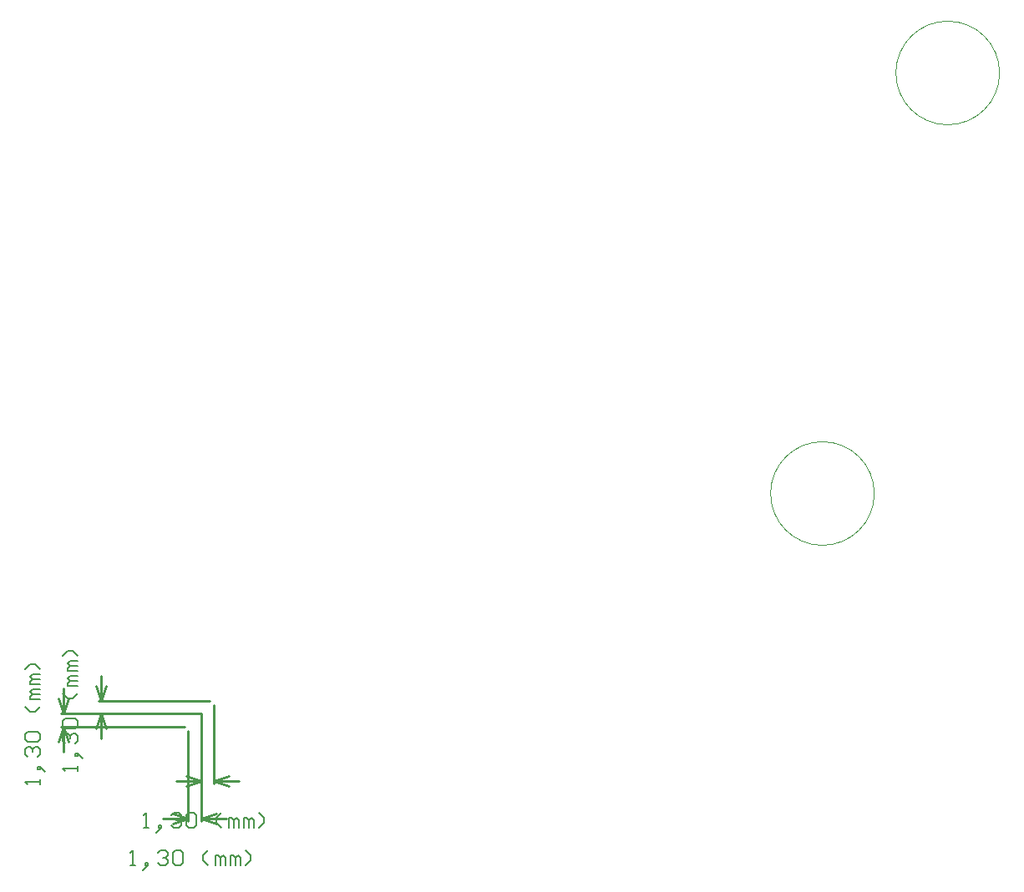
<source format=gm1>
%FSLAX23Y23*%
%MOIN*%
G70*
G01*
G75*
G04 Layer_Color=16711935*
%ADD10C,0.020*%
%ADD11C,0.047*%
%ADD12C,0.010*%
%ADD13C,0.059*%
%ADD14O,0.100X0.060*%
G04:AMPARAMS|DCode=15|XSize=100mil|YSize=60mil|CornerRadius=0mil|HoleSize=0mil|Usage=FLASHONLY|Rotation=0.000|XOffset=0mil|YOffset=0mil|HoleType=Round|Shape=Octagon|*
%AMOCTAGOND15*
4,1,8,0.050,-0.015,0.050,0.015,0.035,0.030,-0.035,0.030,-0.050,0.015,-0.050,-0.015,-0.035,-0.030,0.035,-0.030,0.050,-0.015,0.0*
%
%ADD15OCTAGOND15*%

%ADD16C,0.065*%
%ADD17R,0.059X0.059*%
%ADD18C,0.055*%
%ADD19R,0.059X0.059*%
%ADD20C,0.070*%
%ADD21C,0.049*%
%ADD22R,0.049X0.049*%
%ADD23C,0.060*%
%ADD24C,0.050*%
%ADD25R,0.050X0.050*%
G04:AMPARAMS|DCode=26|XSize=80mil|YSize=100mil|CornerRadius=0mil|HoleSize=0mil|Usage=FLASHONLY|Rotation=0.000|XOffset=0mil|YOffset=0mil|HoleType=Round|Shape=Octagon|*
%AMOCTAGOND26*
4,1,8,-0.020,0.050,0.020,0.050,0.040,0.030,0.040,-0.030,0.020,-0.050,-0.020,-0.050,-0.040,-0.030,-0.040,0.030,-0.020,0.050,0.0*
%
%ADD26OCTAGOND26*%

%ADD27P,0.213X8X22.5*%
%ADD28C,0.120*%
%ADD29P,0.130X8X202.5*%
%ADD30C,0.059*%
%ADD31C,0.116*%
%ADD32R,0.059X0.059*%
%ADD33R,0.049X0.049*%
%ADD34R,0.110X0.110*%
%ADD35C,0.110*%
%ADD36R,0.050X0.050*%
%ADD37R,0.070X0.040*%
%ADD38R,0.075X0.040*%
%ADD39R,0.040X0.070*%
%ADD40R,0.040X0.075*%
%ADD41C,0.010*%
%ADD42C,0.002*%
%ADD43C,0.006*%
%ADD44C,0.008*%
%ADD45C,0.024*%
%ADD46C,0.005*%
%ADD47C,0.012*%
%ADD48C,0.006*%
%ADD49C,0.008*%
%ADD50R,0.075X0.031*%
%ADD51R,0.220X0.031*%
%ADD52R,0.220X0.031*%
%ADD53C,0.067*%
%ADD54O,0.108X0.068*%
G04:AMPARAMS|DCode=55|XSize=108mil|YSize=68mil|CornerRadius=0mil|HoleSize=0mil|Usage=FLASHONLY|Rotation=0.000|XOffset=0mil|YOffset=0mil|HoleType=Round|Shape=Octagon|*
%AMOCTAGOND55*
4,1,8,0.054,-0.017,0.054,0.017,0.037,0.034,-0.037,0.034,-0.054,0.017,-0.054,-0.017,-0.037,-0.034,0.037,-0.034,0.054,-0.017,0.0*
%
%ADD55OCTAGOND55*%

%ADD56C,0.073*%
%ADD57R,0.067X0.067*%
%ADD58C,0.063*%
%ADD59R,0.067X0.067*%
%ADD60C,0.078*%
%ADD61C,0.057*%
%ADD62R,0.057X0.057*%
%ADD63C,0.068*%
%ADD64C,0.058*%
%ADD65R,0.058X0.058*%
G04:AMPARAMS|DCode=66|XSize=88mil|YSize=108mil|CornerRadius=0mil|HoleSize=0mil|Usage=FLASHONLY|Rotation=0.000|XOffset=0mil|YOffset=0mil|HoleType=Round|Shape=Octagon|*
%AMOCTAGOND66*
4,1,8,-0.022,0.054,0.022,0.054,0.044,0.032,0.044,-0.032,0.022,-0.054,-0.022,-0.054,-0.044,-0.032,-0.044,0.032,-0.022,0.054,0.0*
%
%ADD66OCTAGOND66*%

%ADD67P,0.222X8X22.5*%
%ADD68C,0.128*%
%ADD69P,0.139X8X202.5*%
%ADD70C,0.067*%
%ADD71C,0.124*%
%ADD72R,0.067X0.067*%
%ADD73R,0.057X0.057*%
%ADD74R,0.118X0.118*%
%ADD75C,0.118*%
%ADD76R,0.058X0.058*%
%ADD77C,0.001*%
D12*
X1440Y2949D02*
X1933D01*
X1440Y3000D02*
X2000D01*
X1450D02*
Y3100D01*
Y2849D02*
Y2949D01*
Y3000D02*
X1470Y3060D01*
X1430D02*
X1450Y3000D01*
X1430Y2889D02*
X1450Y2949D01*
X1470Y2889D01*
X1590Y3051D02*
X2035D01*
X1590Y3000D02*
X2000D01*
X1600Y2900D02*
Y3000D01*
Y3051D02*
Y3151D01*
X1580Y2940D02*
X1600Y3000D01*
X1620Y2940D01*
X1600Y3051D02*
X1620Y3111D01*
X1580D02*
X1600Y3051D01*
X1949Y2570D02*
Y2933D01*
X2000Y2570D02*
Y3000D01*
Y2580D02*
X2100D01*
X1849D02*
X1949D01*
X2000D02*
X2060Y2560D01*
X2000Y2580D02*
X2060Y2600D01*
X1889D02*
X1949Y2580D01*
X1889Y2560D02*
X1949Y2580D01*
X2051Y2720D02*
Y3035D01*
X2000Y2720D02*
Y3000D01*
X1900Y2730D02*
X2000D01*
X2051D02*
X2151D01*
X1940Y2750D02*
X2000Y2730D01*
X1940Y2710D02*
X2000Y2730D01*
X2051D02*
X2111Y2710D01*
X2051Y2730D02*
X2111Y2750D01*
D43*
X1358Y2718D02*
Y2738D01*
Y2728D01*
X1298D01*
X1308Y2718D01*
X1368Y2778D02*
X1358Y2788D01*
X1348D01*
Y2778D01*
X1358D01*
Y2788D01*
X1368Y2778D01*
X1378Y2768D01*
X1308Y2828D02*
X1298Y2838D01*
Y2858D01*
X1308Y2868D01*
X1318D01*
X1328Y2858D01*
Y2848D01*
Y2858D01*
X1338Y2868D01*
X1348D01*
X1358Y2858D01*
Y2838D01*
X1348Y2828D01*
X1308Y2888D02*
X1298Y2898D01*
Y2918D01*
X1308Y2928D01*
X1348D01*
X1358Y2918D01*
Y2898D01*
X1348Y2888D01*
X1308D01*
X1358Y3028D02*
X1338Y3008D01*
X1318D01*
X1298Y3028D01*
X1358Y3058D02*
X1318D01*
Y3068D01*
X1328Y3078D01*
X1358D01*
X1328D01*
X1318Y3088D01*
X1328Y3098D01*
X1358D01*
Y3118D02*
X1318D01*
Y3128D01*
X1328Y3138D01*
X1358D01*
X1328D01*
X1318Y3148D01*
X1328Y3158D01*
X1358D01*
Y3178D02*
X1338Y3198D01*
X1318D01*
X1298Y3178D01*
X1508Y2770D02*
Y2790D01*
Y2780D01*
X1448D01*
X1458Y2770D01*
X1518Y2830D02*
X1508Y2840D01*
X1498D01*
Y2830D01*
X1508D01*
Y2840D01*
X1518Y2830D01*
X1528Y2820D01*
X1458Y2880D02*
X1448Y2890D01*
Y2910D01*
X1458Y2920D01*
X1468D01*
X1478Y2910D01*
Y2900D01*
Y2910D01*
X1488Y2920D01*
X1498D01*
X1508Y2910D01*
Y2890D01*
X1498Y2880D01*
X1458Y2940D02*
X1448Y2950D01*
Y2970D01*
X1458Y2980D01*
X1498D01*
X1508Y2970D01*
Y2950D01*
X1498Y2940D01*
X1458D01*
X1508Y3080D02*
X1488Y3060D01*
X1468D01*
X1448Y3080D01*
X1508Y3110D02*
X1468D01*
Y3120D01*
X1478Y3130D01*
X1508D01*
X1478D01*
X1468Y3140D01*
X1478Y3150D01*
X1508D01*
Y3170D02*
X1468D01*
Y3180D01*
X1478Y3190D01*
X1508D01*
X1478D01*
X1468Y3200D01*
X1478Y3210D01*
X1508D01*
Y3230D02*
X1488Y3250D01*
X1468D01*
X1448Y3230D01*
X1718Y2396D02*
X1738D01*
X1728D01*
Y2456D01*
X1718Y2446D01*
X1778Y2386D02*
X1788Y2396D01*
Y2406D01*
X1778D01*
Y2396D01*
X1788D01*
X1778Y2386D01*
X1768Y2376D01*
X1828Y2446D02*
X1838Y2456D01*
X1858D01*
X1868Y2446D01*
Y2436D01*
X1858Y2426D01*
X1848D01*
X1858D01*
X1868Y2416D01*
Y2406D01*
X1858Y2396D01*
X1838D01*
X1828Y2406D01*
X1888Y2446D02*
X1898Y2456D01*
X1918D01*
X1928Y2446D01*
Y2406D01*
X1918Y2396D01*
X1898D01*
X1888Y2406D01*
Y2446D01*
X2028Y2396D02*
X2008Y2416D01*
Y2436D01*
X2028Y2456D01*
X2058Y2396D02*
Y2436D01*
X2068D01*
X2078Y2426D01*
Y2396D01*
Y2426D01*
X2088Y2436D01*
X2098Y2426D01*
Y2396D01*
X2118D02*
Y2436D01*
X2128D01*
X2138Y2426D01*
Y2396D01*
Y2426D01*
X2148Y2436D01*
X2158Y2426D01*
Y2396D01*
X2178D02*
X2198Y2416D01*
Y2436D01*
X2178Y2456D01*
X1770Y2546D02*
X1790D01*
X1780D01*
Y2606D01*
X1770Y2596D01*
X1830Y2536D02*
X1840Y2546D01*
Y2556D01*
X1830D01*
Y2546D01*
X1840D01*
X1830Y2536D01*
X1820Y2526D01*
X1880Y2596D02*
X1890Y2606D01*
X1910D01*
X1920Y2596D01*
Y2586D01*
X1910Y2576D01*
X1900D01*
X1910D01*
X1920Y2566D01*
Y2556D01*
X1910Y2546D01*
X1890D01*
X1880Y2556D01*
X1940Y2596D02*
X1950Y2606D01*
X1970D01*
X1980Y2596D01*
Y2556D01*
X1970Y2546D01*
X1950D01*
X1940Y2556D01*
Y2596D01*
X2080Y2546D02*
X2060Y2566D01*
Y2586D01*
X2080Y2606D01*
X2110Y2546D02*
Y2586D01*
X2120D01*
X2130Y2576D01*
Y2546D01*
Y2576D01*
X2140Y2586D01*
X2150Y2576D01*
Y2546D01*
X2170D02*
Y2586D01*
X2180D01*
X2190Y2576D01*
Y2546D01*
Y2576D01*
X2200Y2586D01*
X2210Y2576D01*
Y2546D01*
X2230D02*
X2250Y2566D01*
Y2586D01*
X2230Y2606D01*
D77*
X5187Y5560D02*
G03*
X5187Y5560I-207J0D01*
G01*
X4687Y3880D02*
G03*
X4687Y3880I-207J0D01*
G01*
M02*

</source>
